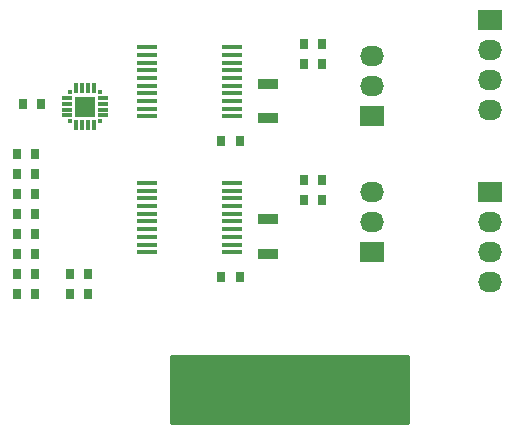
<source format=gbr>
G04 #@! TF.FileFunction,Soldermask,Bot*
%FSLAX46Y46*%
G04 Gerber Fmt 4.6, Leading zero omitted, Abs format (unit mm)*
G04 Created by KiCad (PCBNEW 4.0.6-e0-6349~53~ubuntu14.04.1) date Tue Jun 27 14:22:21 2017*
%MOMM*%
%LPD*%
G01*
G04 APERTURE LIST*
%ADD10C,0.100000*%
%ADD11C,0.650240*%
%ADD12R,0.650240X4.599940*%
%ADD13R,0.650240X3.599180*%
%ADD14R,1.750000X0.450000*%
%ADD15R,0.350000X0.350000*%
%ADD16R,0.900000X0.300000*%
%ADD17R,0.300000X0.900000*%
%ADD18R,1.800000X1.800000*%
%ADD19C,0.600000*%
%ADD20R,0.787000X0.864000*%
%ADD21R,1.700000X0.900000*%
%ADD22R,2.032000X1.727200*%
%ADD23O,2.032000X1.727200*%
%ADD24C,0.254000*%
G04 APERTURE END LIST*
D10*
D11*
X140500400Y-102301240D03*
D12*
X159499600Y-100000000D03*
X158498840Y-100000000D03*
X157500620Y-100000000D03*
X156499860Y-100000000D03*
X155499100Y-100000000D03*
X154500880Y-100000000D03*
X153500120Y-100000000D03*
X152499360Y-100000000D03*
X151501140Y-100000000D03*
X150500380Y-100000000D03*
X149499620Y-100000000D03*
X144500900Y-100000000D03*
X143500140Y-100000000D03*
X142499380Y-100000000D03*
D13*
X141501160Y-99499620D03*
D12*
X140500400Y-100000000D03*
X146499880Y-100000000D03*
X145499120Y-100000000D03*
D11*
X157500620Y-102301240D03*
X156499860Y-102301240D03*
X155499100Y-102301240D03*
X154500880Y-102301240D03*
X153500120Y-102301240D03*
X152499360Y-102301240D03*
X151501140Y-102301240D03*
X150500380Y-102301240D03*
X149499620Y-102301240D03*
X159499600Y-102301240D03*
X146499880Y-102301240D03*
X145499120Y-102301240D03*
X144500900Y-102301240D03*
X143500140Y-102301240D03*
X142499380Y-102301240D03*
X158498840Y-102301240D03*
D14*
X145100000Y-82975000D03*
X145100000Y-83625000D03*
X145100000Y-84275000D03*
X145100000Y-84925000D03*
X145100000Y-85575000D03*
X145100000Y-86225000D03*
X145100000Y-86875000D03*
X145100000Y-87525000D03*
X145100000Y-88175000D03*
X145100000Y-88825000D03*
X137900000Y-88825000D03*
X137900000Y-88175000D03*
X137900000Y-87525000D03*
X137900000Y-86875000D03*
X137900000Y-86225000D03*
X137900000Y-85575000D03*
X137900000Y-84925000D03*
X137900000Y-84275000D03*
X137900000Y-83625000D03*
X137900000Y-82975000D03*
X145100000Y-71475000D03*
X145100000Y-72125000D03*
X145100000Y-72775000D03*
X145100000Y-73425000D03*
X145100000Y-74075000D03*
X145100000Y-74725000D03*
X145100000Y-75375000D03*
X145100000Y-76025000D03*
X145100000Y-76675000D03*
X145100000Y-77325000D03*
X137900000Y-77325000D03*
X137900000Y-76675000D03*
X137900000Y-76025000D03*
X137900000Y-75375000D03*
X137900000Y-74725000D03*
X137900000Y-74075000D03*
X137900000Y-73425000D03*
X137900000Y-72775000D03*
X137900000Y-72125000D03*
X137900000Y-71475000D03*
D15*
X131450000Y-77750000D03*
D16*
X131150000Y-77250000D03*
X131150000Y-76750000D03*
X131150000Y-76250000D03*
X131150000Y-75750000D03*
D15*
X131450000Y-75250000D03*
D17*
X131950000Y-74950000D03*
X132450000Y-74950000D03*
X132950000Y-74950000D03*
X133450000Y-74950000D03*
D15*
X133950000Y-75250000D03*
D16*
X134250000Y-75750000D03*
X134250000Y-76250000D03*
X134250000Y-76750000D03*
X134250000Y-77250000D03*
D15*
X133950000Y-77750000D03*
D17*
X133450000Y-78050000D03*
X132950000Y-78050000D03*
X132450000Y-78050000D03*
X131950000Y-78050000D03*
D18*
X132700000Y-76500000D03*
D19*
X132200000Y-77000000D03*
X133200000Y-76000000D03*
D20*
X128974500Y-76300000D03*
X127425500Y-76300000D03*
X151225500Y-82700000D03*
X152774500Y-82700000D03*
X151225500Y-71200000D03*
X152774500Y-71200000D03*
X151225500Y-84400000D03*
X152774500Y-84400000D03*
X151225500Y-72900000D03*
X152774500Y-72900000D03*
X145774500Y-79400000D03*
X144225500Y-79400000D03*
X145774500Y-90900000D03*
X144225500Y-90900000D03*
X128474500Y-92400000D03*
X126925500Y-92400000D03*
X132974500Y-92400000D03*
X131425500Y-92400000D03*
X131425500Y-90700000D03*
X132974500Y-90700000D03*
X128474500Y-90700000D03*
X126925500Y-90700000D03*
X128474500Y-80500000D03*
X126925500Y-80500000D03*
X128474500Y-82200000D03*
X126925500Y-82200000D03*
X128474500Y-83900000D03*
X126925500Y-83900000D03*
X128474500Y-85600000D03*
X126925500Y-85600000D03*
D21*
X148200000Y-74550000D03*
X148200000Y-77450000D03*
X148200000Y-86050000D03*
X148200000Y-88950000D03*
D20*
X128474500Y-89000000D03*
X126925500Y-89000000D03*
X128474500Y-87300000D03*
X126925500Y-87300000D03*
D22*
X167000000Y-69190000D03*
D23*
X167000000Y-71730000D03*
X167000000Y-74270000D03*
X167000000Y-76810000D03*
D22*
X167000000Y-83690000D03*
D23*
X167000000Y-86230000D03*
X167000000Y-88770000D03*
X167000000Y-91310000D03*
D22*
X157000000Y-77270000D03*
D23*
X157000000Y-74730000D03*
X157000000Y-72190000D03*
D22*
X157000000Y-88770000D03*
D23*
X157000000Y-86230000D03*
X157000000Y-83690000D03*
D24*
G36*
X160023000Y-103298000D02*
X139977000Y-103298000D01*
X139977000Y-97602000D01*
X160023000Y-97602000D01*
X160023000Y-103298000D01*
X160023000Y-103298000D01*
G37*
X160023000Y-103298000D02*
X139977000Y-103298000D01*
X139977000Y-97602000D01*
X160023000Y-97602000D01*
X160023000Y-103298000D01*
M02*

</source>
